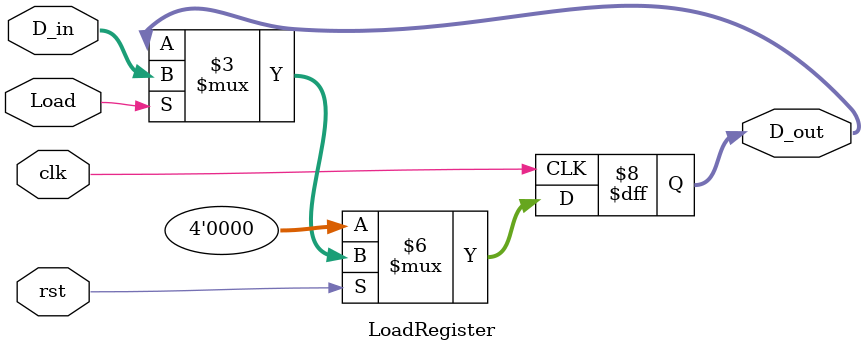
<source format=v>

module LoadRegister (
    input wire [3:0] D_in,
    output reg [3:0] D_out,
    input wire clk,
    input wire rst,
    input wire Load
);

    always @(posedge clk) begin
        if (!rst)
            D_out <= 4'b0000;
        else if (Load)
            D_out <= D_in;
    end

endmodule

</source>
